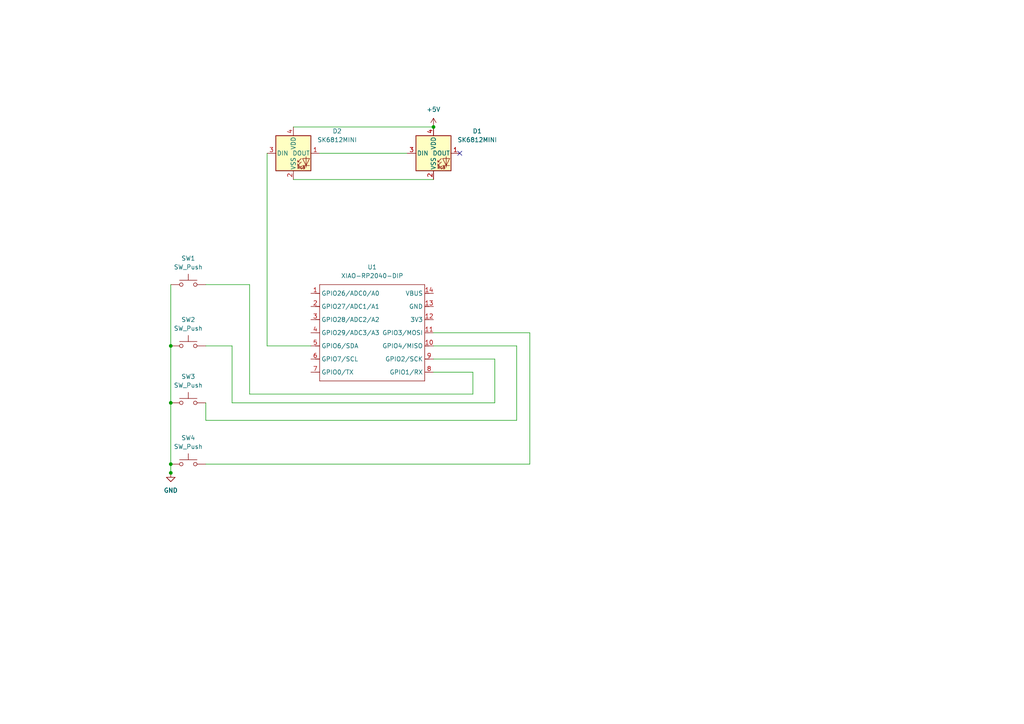
<source format=kicad_sch>
(kicad_sch (version 20250114) (generator "eeschema") (generator_version "9.0")
  (paper "A4")
  (lib_symbols
    (symbol "LED:SK6812MINI" (pin_names (offset 0.254))
      (property "Reference" "D" (at 5.08 5.715 0))
      (property "Value" "SK6812MINI" (at 1.27 -5.715 0))
      (symbol "SK6812MINI_0_0"
        (text "RGB" (at 2.286 -4.191 0) (effects (font (size 0.762 0.762))))
      )
      (symbol "SK6812MINI_0_1"
        (polyline (pts (xy 1.27 -2.54) (xy 1.778 -2.54)))
        (polyline (pts (xy 1.27 -3.556) (xy 1.778 -3.556)))
        (polyline (pts (xy 2.286 -1.524) (xy 1.27 -2.54) (xy 1.27 -2.032)))
        (polyline (pts (xy 2.286 -2.54) (xy 1.27 -3.556) (xy 1.27 -3.048)))
        (polyline (pts (xy 3.683 -1.016) (xy 3.683 -3.556) (xy 3.683 -4.064)))
        (polyline (pts (xy 4.699 -1.524) (xy 2.667 -1.524) (xy 3.683 -3.556) (xy 4.699 -1.524)))
        (polyline (pts (xy 4.699 -3.556) (xy 2.667 -3.556)))
        (rectangle (start 5.08 5.08) (end -5.08 -5.08) (stroke (width 0.254)) (fill (type background)))
      )
      (symbol "SK6812MINI_1_1"
        (pin input line (at -7.62 0 0) (length 2.54) (name "DIN") (number "3"))
        (pin power_in line (at 0 7.62 270) (length 2.54) (name "VDD") (number "4"))
        (pin power_in line (at 0 -7.62 90) (length 2.54) (name "VSS") (number "2"))
        (pin output line (at 7.62 0 180) (length 2.54) (name "DOUT") (number "1"))
      )
    )
    (symbol "OPL Library:XIAO-RP2040-DIP"
      (property "Reference" "U" (at 0 0 0))
      (property "Value" "XIAO-RP2040-DIP" (at 5.334 -1.778 0))
      (symbol "XIAO-RP2040-DIP_1_0"
        (polyline (pts (xy -1.27 -2.54) (xy 29.21 -2.54)) (stroke (width 0.1524)))
        (polyline (pts (xy -1.27 -5.08) (xy -2.54 -5.08)) (stroke (width 0.1524)))
        (polyline (pts (xy -1.27 -5.08) (xy -1.27 -2.54)) (stroke (width 0.1524)))
        (polyline (pts (xy -1.27 -8.89) (xy -2.54 -8.89)) (stroke (width 0.1524)))
        (polyline (pts (xy -1.27 -8.89) (xy -1.27 -5.08)) (stroke (width 0.1524)))
        (polyline (pts (xy -1.27 -12.7) (xy -2.54 -12.7)) (stroke (width 0.1524)))
        (polyline (pts (xy -1.27 -12.7) (xy -1.27 -8.89)) (stroke (width 0.1524)))
        (polyline (pts (xy -1.27 -16.51) (xy -2.54 -16.51)) (stroke (width 0.1524)))
        (polyline (pts (xy -1.27 -16.51) (xy -1.27 -12.7)) (stroke (width 0.1524)))
        (polyline (pts (xy -1.27 -20.32) (xy -2.54 -20.32)) (stroke (width 0.1524)))
        (polyline (pts (xy -1.27 -24.13) (xy -2.54 -24.13)) (stroke (width 0.1524)))
        (polyline (pts (xy -1.27 -27.94) (xy -2.54 -27.94)) (stroke (width 0.1524)))
        (polyline (pts (xy -1.27 -30.48) (xy -1.27 -16.51)) (stroke (width 0.1524)))
        (polyline (pts (xy 29.21 -2.54) (xy 29.21 -5.08)) (stroke (width 0.1524)))
        (polyline (pts (xy 29.21 -5.08) (xy 29.21 -8.89)) (stroke (width 0.1524)))
        (polyline (pts (xy 29.21 -8.89) (xy 29.21 -12.7)) (stroke (width 0.1524)))
        (polyline (pts (xy 29.21 -12.7) (xy 29.21 -30.48)) (stroke (width 0.1524)))
        (polyline (pts (xy 29.21 -30.48) (xy -1.27 -30.48)) (stroke (width 0.1524)))
        (polyline (pts (xy 30.48 -5.08) (xy 29.21 -5.08)) (stroke (width 0.1524)))
        (polyline (pts (xy 30.48 -8.89) (xy 29.21 -8.89)) (stroke (width 0.1524)))
        (polyline (pts (xy 30.48 -12.7) (xy 29.21 -12.7)) (stroke (width 0.1524)))
        (polyline (pts (xy 30.48 -16.51) (xy 29.21 -16.51)) (stroke (width 0.1524)))
        (polyline (pts (xy 30.48 -20.32) (xy 29.21 -20.32)) (stroke (width 0.1524)))
        (polyline (pts (xy 30.48 -24.13) (xy 29.21 -24.13)) (stroke (width 0.1524)))
        (polyline (pts (xy 30.48 -27.94) (xy 29.21 -27.94)) (stroke (width 0.1524)))
        (pin passive line (at -3.81 -5.08 0) (length 2.54) (name "GPIO26/ADC0/A0") (number "1"))
        (pin passive line (at -3.81 -8.89 0) (length 2.54) (name "GPIO27/ADC1/A1") (number "2"))
        (pin passive line (at -3.81 -12.7 0) (length 2.54) (name "GPIO28/ADC2/A2") (number "3"))
        (pin passive line (at -3.81 -16.51 0) (length 2.54) (name "GPIO29/ADC3/A3") (number "4"))
        (pin passive line (at -3.81 -20.32 0) (length 2.54) (name "GPIO6/SDA") (number "5"))
        (pin passive line (at -3.81 -24.13 0) (length 2.54) (name "GPIO7/SCL") (number "6"))
        (pin passive line (at -3.81 -27.94 0) (length 2.54) (name "GPIO0/TX") (number "7"))
        (pin passive line (at 31.75 -5.08 180) (length 2.54) (name "VBUS") (number "14"))
        (pin passive line (at 31.75 -8.89 180) (length 2.54) (name "GND") (number "13"))
        (pin passive line (at 31.75 -12.7 180) (length 2.54) (name "3V3") (number "12"))
        (pin passive line (at 31.75 -16.51 180) (length 2.54) (name "GPIO3/MOSI") (number "11"))
        (pin passive line (at 31.75 -20.32 180) (length 2.54) (name "GPIO4/MISO") (number "10"))
        (pin passive line (at 31.75 -24.13 180) (length 2.54) (name "GPIO2/SCK") (number "9"))
        (pin passive line (at 31.75 -27.94 180) (length 2.54) (name "GPIO1/RX") (number "8"))
      )
    )
    (symbol "Switch:SW_Push" (pin_numbers (hide yes)) (pin_names (offset 1.016) (hide yes))
      (property "Reference" "SW" (at 1.27 2.54 0))
      (property "Value" "SW_Push" (at 0 -1.524 0))
      (symbol "SW_Push_0_1"
        (circle (center -2.032 0) (radius 0.508))
        (polyline (pts (xy 0 1.27) (xy 0 3.048)))
        (circle (center 2.032 0) (radius 0.508))
        (polyline (pts (xy 2.54 1.27) (xy -2.54 1.27)))
        (pin passive line (at -5.08 0 0) (length 2.54) (name "1") (number "1"))
        (pin passive line (at 5.08 0 180) (length 2.54) (name "2") (number "2"))
      )
    )
    (symbol "power:+5V" (power) (pin_numbers (hide yes)) (pin_names (offset 0) (hide yes))
      (property "Value" "+5V" (at 0 3.556 0))
      (symbol "+5V_0_1"
        (polyline (pts (xy -0.762 1.27) (xy 0 2.54)))
        (polyline (pts (xy 0 2.54) (xy 0.762 1.27)))
        (polyline (pts (xy 0 0) (xy 0 2.54)))
      )
      (symbol "+5V_1_1"
        (pin power_in line (at 0 0 90) (length 0) (name "~") (number "1"))
      )
    )
    (symbol "power:GND" (power) (pin_numbers (hide yes)) (pin_names (offset 0) (hide yes))
      (property "Value" "GND" (at 0 -3.81 0))
      (symbol "GND_0_1"
        (polyline (pts (xy 0 0) (xy 0 -1.27) (xy 1.27 -1.27) (xy 0 -2.54) (xy -1.27 -1.27) (xy 0 -1.27)))
      )
      (symbol "GND_1_1"
        (pin power_in line (at 0 0 270) (length 0) (name "~") (number "1"))
      )
    )
  )
  (junction (at 49.53 116.84))
  (junction (at 49.53 100.33))
  (junction (at 49.53 137.16))
  (junction (at 125.73 36.83))
  (junction (at 49.53 134.62))
  (no_connect (at 133.35 44.45))
  (wire (pts (xy 72.39 82.55) (xy 59.69 82.55)))
  (wire (pts (xy 85.09 36.83) (xy 125.73 36.83)))
  (wire (pts (xy 49.53 100.33) (xy 49.53 116.84)))
  (wire (pts (xy 59.69 134.62) (xy 153.67 134.62)))
  (wire (pts (xy 137.16 107.95) (xy 137.16 114.3)))
  (wire (pts (xy 149.86 100.33) (xy 149.86 121.92)))
  (wire (pts (xy 67.31 100.33) (xy 59.69 100.33)))
  (wire (pts (xy 77.47 100.33) (xy 90.17 100.33)))
  (wire (pts (xy 143.51 104.14) (xy 143.51 116.84)))
  (wire (pts (xy 59.69 121.92) (xy 59.69 116.84)))
  (wire (pts (xy 49.53 82.55) (xy 49.53 100.33)))
  (wire (pts (xy 77.47 44.45) (xy 77.47 100.33)))
  (wire (pts (xy 49.53 134.62) (xy 49.53 137.16)))
  (wire (pts (xy 125.73 107.95) (xy 137.16 107.95)))
  (wire (pts (xy 125.73 96.52) (xy 153.67 96.52)))
  (wire (pts (xy 153.67 96.52) (xy 153.67 134.62)))
  (wire (pts (xy 85.09 52.07) (xy 125.73 52.07)))
  (wire (pts (xy 72.39 114.3) (xy 72.39 82.55)))
  (wire (pts (xy 125.73 100.33) (xy 149.86 100.33)))
  (wire (pts (xy 49.53 116.84) (xy 49.53 134.62)))
  (wire (pts (xy 92.71 44.45) (xy 118.11 44.45)))
  (wire (pts (xy 143.51 116.84) (xy 67.31 116.84)))
  (wire (pts (xy 125.73 104.14) (xy 143.51 104.14)))
  (wire (pts (xy 67.31 116.84) (xy 67.31 100.33)))
  (wire (pts (xy 137.16 114.3) (xy 72.39 114.3)))
  (wire (pts (xy 149.86 121.92) (xy 59.69 121.92)))
  (symbol (lib_id "Switch:SW_Push") (at 54.61 116.84 0) (unit 1)
    (property "Reference" "SW3" (at 54.61 109.22 0))
    (property "Value" "SW_Push" (at 54.61 111.76 0))
    (property "Footprint" "Button_Switch_Keyboard:SW_Cherry_MX_1.00u_PCB" (effects (hide yes)))
    (property "Description" "Push button switch, generic, two pins" (effects (hide yes)))
  )
  (symbol (lib_id "Switch:SW_Push") (at 54.61 134.62 0) (unit 1)
    (property "Reference" "SW4" (at 54.61 127 0))
    (property "Value" "SW_Push" (at 54.61 129.54 0))
    (property "Footprint" "Button_Switch_Keyboard:SW_Cherry_MX_1.00u_PCB" (effects (hide yes)))
    (property "Description" "Push button switch, generic, two pins" (effects (hide yes)))
  )
  (symbol (lib_id "power:GND") (at 49.53 137.16 0) (unit 1)
    (property "Reference" "#PWR01" (effects (hide yes)))
    (property "Value" "GND" (at 49.53 142.24 0))
    (property "Description" "Power symbol creates a global label with name \"GND\" , ground" (effects (hide yes)))
  )
  (symbol (lib_id "power:GND") (at 49.53 137.16 0) (unit 1)
    (property "Reference" "#PWR02" (effects (hide yes)))
    (property "Value" "GND" (at 49.53 142.24 0))
    (property "Description" "Power symbol creates a global label with name \"GND\" , ground" (effects (hide yes)))
  )
  (symbol (lib_id "Switch:SW_Push") (at 54.61 100.33 0) (unit 1)
    (property "Reference" "SW2" (at 54.61 92.71 0))
    (property "Value" "SW_Push" (at 54.61 95.25 0))
    (property "Footprint" "Button_Switch_Keyboard:SW_Cherry_MX_1.00u_PCB" (effects (hide yes)))
    (property "Description" "Push button switch, generic, two pins" (effects (hide yes)))
  )
  (symbol (lib_id "power:+5V") (at 125.73 36.83 0) (unit 1)
    (property "Reference" "#PWR03" (effects (hide yes)))
    (property "Value" "+5V" (at 125.73 31.75 0))
    (property "Description" "Power symbol creates a global label with name \"+5V\"" (effects (hide yes)))
  )
  (symbol (lib_id "LED:SK6812MINI") (at 85.09 44.45 0) (unit 1)
    (property "Reference" "D2" (at 97.79 38.0298 0))
    (property "Value" "SK6812MINI" (at 97.79 40.5698 0))
    (property "Footprint" "LED_SMD:LED_SK6812MINI_PLCC4_3.5x3.5mm_P1.75mm" (effects (hide yes)))
    (property "Datasheet" "https://cdn-shop.adafruit.com/product-files/2686/SK6812MINI_REV.01-1-2.pdf" (effects (hide yes)))
    (property "Description" "RGB LED with integrated controller" (effects (hide yes)))
  )
  (symbol (lib_id "OPL Library:XIAO-RP2040-DIP") (at 93.98 80.01 0) (unit 1)
    (property "Reference" "U1" (at 107.95 77.47 0))
    (property "Value" "XIAO-RP2040-DIP" (at 107.95 80.01 0))
    (property "Footprint" "OPL Lib:XIAO-RP2040-DIP" (effects (hide yes)))
  )
  (symbol (lib_id "Switch:SW_Push") (at 54.61 82.55 0) (unit 1)
    (property "Reference" "SW1" (at 54.61 74.93 0))
    (property "Value" "SW_Push" (at 54.61 77.47 0))
    (property "Footprint" "Button_Switch_Keyboard:SW_Cherry_MX_1.00u_PCB" (effects (hide yes)))
    (property "Description" "Push button switch, generic, two pins" (effects (hide yes)))
  )
  (symbol (lib_id "LED:SK6812MINI") (at 125.73 44.45 0) (unit 1)
    (property "Reference" "D1" (at 138.43 38.0298 0))
    (property "Value" "SK6812MINI" (at 138.43 40.5698 0))
    (property "Footprint" "LED_SMD:LED_SK6812MINI_PLCC4_3.5x3.5mm_P1.75mm" (effects (hide yes)))
    (property "Datasheet" "https://cdn-shop.adafruit.com/product-files/2686/SK6812MINI_REV.01-1-2.pdf" (effects (hide yes)))
    (property "Description" "RGB LED with integrated controller" (effects (hide yes)))
  )
)
</source>
